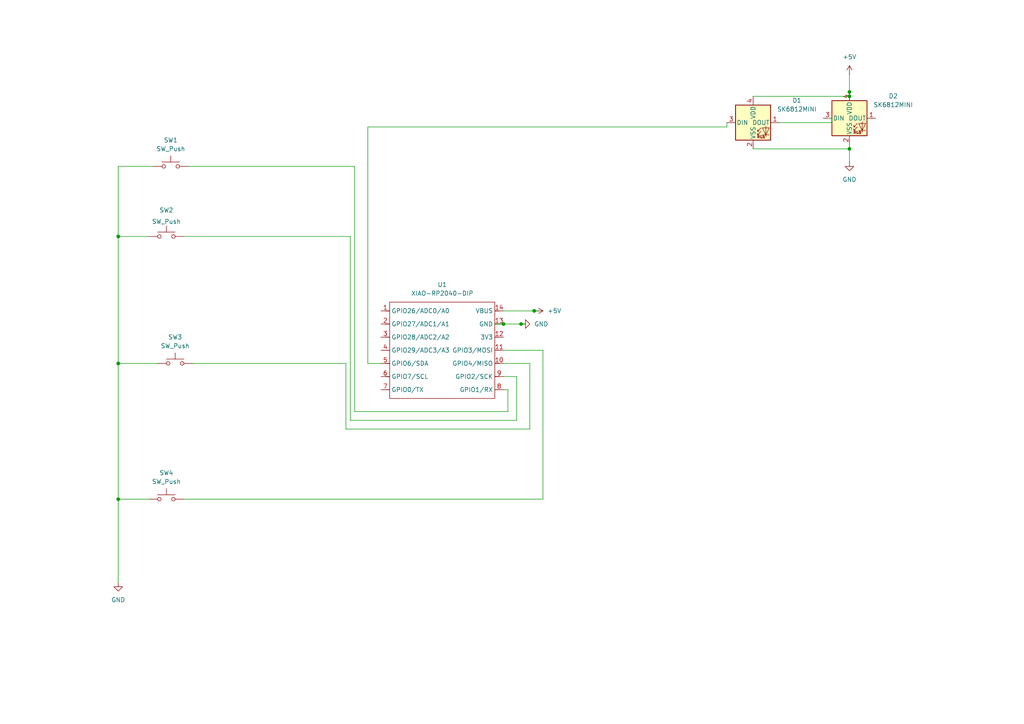
<source format=kicad_sch>
(kicad_sch
	(version 20250114)
	(generator "eeschema")
	(generator_version "9.0")
	(uuid "000474bb-eba1-4396-9da1-9b2292310309")
	(paper "A4")
	(lib_symbols
		(symbol "LED:SK6812MINI"
			(pin_names
				(offset 0.254)
			)
			(exclude_from_sim no)
			(in_bom yes)
			(on_board yes)
			(property "Reference" "D"
				(at 5.08 5.715 0)
				(effects
					(font
						(size 1.27 1.27)
					)
					(justify right bottom)
				)
			)
			(property "Value" "SK6812MINI"
				(at 1.27 -5.715 0)
				(effects
					(font
						(size 1.27 1.27)
					)
					(justify left top)
				)
			)
			(property "Footprint" "LED_SMD:LED_SK6812MINI_PLCC4_3.5x3.5mm_P1.75mm"
				(at 1.27 -7.62 0)
				(effects
					(font
						(size 1.27 1.27)
					)
					(justify left top)
					(hide yes)
				)
			)
			(property "Datasheet" "https://cdn-shop.adafruit.com/product-files/2686/SK6812MINI_REV.01-1-2.pdf"
				(at 2.54 -9.525 0)
				(effects
					(font
						(size 1.27 1.27)
					)
					(justify left top)
					(hide yes)
				)
			)
			(property "Description" "RGB LED with integrated controller"
				(at 0 0 0)
				(effects
					(font
						(size 1.27 1.27)
					)
					(hide yes)
				)
			)
			(property "ki_keywords" "RGB LED NeoPixel Mini addressable"
				(at 0 0 0)
				(effects
					(font
						(size 1.27 1.27)
					)
					(hide yes)
				)
			)
			(property "ki_fp_filters" "LED*SK6812MINI*PLCC*3.5x3.5mm*P1.75mm*"
				(at 0 0 0)
				(effects
					(font
						(size 1.27 1.27)
					)
					(hide yes)
				)
			)
			(symbol "SK6812MINI_0_0"
				(text "RGB"
					(at 2.286 -4.191 0)
					(effects
						(font
							(size 0.762 0.762)
						)
					)
				)
			)
			(symbol "SK6812MINI_0_1"
				(polyline
					(pts
						(xy 1.27 -2.54) (xy 1.778 -2.54)
					)
					(stroke
						(width 0)
						(type default)
					)
					(fill
						(type none)
					)
				)
				(polyline
					(pts
						(xy 1.27 -3.556) (xy 1.778 -3.556)
					)
					(stroke
						(width 0)
						(type default)
					)
					(fill
						(type none)
					)
				)
				(polyline
					(pts
						(xy 2.286 -1.524) (xy 1.27 -2.54) (xy 1.27 -2.032)
					)
					(stroke
						(width 0)
						(type default)
					)
					(fill
						(type none)
					)
				)
				(polyline
					(pts
						(xy 2.286 -2.54) (xy 1.27 -3.556) (xy 1.27 -3.048)
					)
					(stroke
						(width 0)
						(type default)
					)
					(fill
						(type none)
					)
				)
				(polyline
					(pts
						(xy 3.683 -1.016) (xy 3.683 -3.556) (xy 3.683 -4.064)
					)
					(stroke
						(width 0)
						(type default)
					)
					(fill
						(type none)
					)
				)
				(polyline
					(pts
						(xy 4.699 -1.524) (xy 2.667 -1.524) (xy 3.683 -3.556) (xy 4.699 -1.524)
					)
					(stroke
						(width 0)
						(type default)
					)
					(fill
						(type none)
					)
				)
				(polyline
					(pts
						(xy 4.699 -3.556) (xy 2.667 -3.556)
					)
					(stroke
						(width 0)
						(type default)
					)
					(fill
						(type none)
					)
				)
				(rectangle
					(start 5.08 5.08)
					(end -5.08 -5.08)
					(stroke
						(width 0.254)
						(type default)
					)
					(fill
						(type background)
					)
				)
			)
			(symbol "SK6812MINI_1_1"
				(pin input line
					(at -7.62 0 0)
					(length 2.54)
					(name "DIN"
						(effects
							(font
								(size 1.27 1.27)
							)
						)
					)
					(number "3"
						(effects
							(font
								(size 1.27 1.27)
							)
						)
					)
				)
				(pin power_in line
					(at 0 7.62 270)
					(length 2.54)
					(name "VDD"
						(effects
							(font
								(size 1.27 1.27)
							)
						)
					)
					(number "4"
						(effects
							(font
								(size 1.27 1.27)
							)
						)
					)
				)
				(pin power_in line
					(at 0 -7.62 90)
					(length 2.54)
					(name "VSS"
						(effects
							(font
								(size 1.27 1.27)
							)
						)
					)
					(number "2"
						(effects
							(font
								(size 1.27 1.27)
							)
						)
					)
				)
				(pin output line
					(at 7.62 0 180)
					(length 2.54)
					(name "DOUT"
						(effects
							(font
								(size 1.27 1.27)
							)
						)
					)
					(number "1"
						(effects
							(font
								(size 1.27 1.27)
							)
						)
					)
				)
			)
			(embedded_fonts no)
		)
		(symbol "OPL:XIAO-RP2040-DIP"
			(exclude_from_sim no)
			(in_bom yes)
			(on_board yes)
			(property "Reference" "U"
				(at 0 0 0)
				(effects
					(font
						(size 1.27 1.27)
					)
				)
			)
			(property "Value" "XIAO-RP2040-DIP"
				(at 5.334 -1.778 0)
				(effects
					(font
						(size 1.27 1.27)
					)
				)
			)
			(property "Footprint" "Module:MOUDLE14P-XIAO-DIP-SMD"
				(at 14.478 -32.258 0)
				(effects
					(font
						(size 1.27 1.27)
					)
					(hide yes)
				)
			)
			(property "Datasheet" ""
				(at 0 0 0)
				(effects
					(font
						(size 1.27 1.27)
					)
					(hide yes)
				)
			)
			(property "Description" ""
				(at 0 0 0)
				(effects
					(font
						(size 1.27 1.27)
					)
					(hide yes)
				)
			)
			(symbol "XIAO-RP2040-DIP_1_0"
				(polyline
					(pts
						(xy -1.27 -2.54) (xy 29.21 -2.54)
					)
					(stroke
						(width 0.1524)
						(type solid)
					)
					(fill
						(type none)
					)
				)
				(polyline
					(pts
						(xy -1.27 -5.08) (xy -2.54 -5.08)
					)
					(stroke
						(width 0.1524)
						(type solid)
					)
					(fill
						(type none)
					)
				)
				(polyline
					(pts
						(xy -1.27 -5.08) (xy -1.27 -2.54)
					)
					(stroke
						(width 0.1524)
						(type solid)
					)
					(fill
						(type none)
					)
				)
				(polyline
					(pts
						(xy -1.27 -8.89) (xy -2.54 -8.89)
					)
					(stroke
						(width 0.1524)
						(type solid)
					)
					(fill
						(type none)
					)
				)
				(polyline
					(pts
						(xy -1.27 -8.89) (xy -1.27 -5.08)
					)
					(stroke
						(width 0.1524)
						(type solid)
					)
					(fill
						(type none)
					)
				)
				(polyline
					(pts
						(xy -1.27 -12.7) (xy -2.54 -12.7)
					)
					(stroke
						(width 0.1524)
						(type solid)
					)
					(fill
						(type none)
					)
				)
				(polyline
					(pts
						(xy -1.27 -12.7) (xy -1.27 -8.89)
					)
					(stroke
						(width 0.1524)
						(type solid)
					)
					(fill
						(type none)
					)
				)
				(polyline
					(pts
						(xy -1.27 -16.51) (xy -2.54 -16.51)
					)
					(stroke
						(width 0.1524)
						(type solid)
					)
					(fill
						(type none)
					)
				)
				(polyline
					(pts
						(xy -1.27 -16.51) (xy -1.27 -12.7)
					)
					(stroke
						(width 0.1524)
						(type solid)
					)
					(fill
						(type none)
					)
				)
				(polyline
					(pts
						(xy -1.27 -20.32) (xy -2.54 -20.32)
					)
					(stroke
						(width 0.1524)
						(type solid)
					)
					(fill
						(type none)
					)
				)
				(polyline
					(pts
						(xy -1.27 -24.13) (xy -2.54 -24.13)
					)
					(stroke
						(width 0.1524)
						(type solid)
					)
					(fill
						(type none)
					)
				)
				(polyline
					(pts
						(xy -1.27 -27.94) (xy -2.54 -27.94)
					)
					(stroke
						(width 0.1524)
						(type solid)
					)
					(fill
						(type none)
					)
				)
				(polyline
					(pts
						(xy -1.27 -30.48) (xy -1.27 -16.51)
					)
					(stroke
						(width 0.1524)
						(type solid)
					)
					(fill
						(type none)
					)
				)
				(polyline
					(pts
						(xy 29.21 -2.54) (xy 29.21 -5.08)
					)
					(stroke
						(width 0.1524)
						(type solid)
					)
					(fill
						(type none)
					)
				)
				(polyline
					(pts
						(xy 29.21 -5.08) (xy 29.21 -8.89)
					)
					(stroke
						(width 0.1524)
						(type solid)
					)
					(fill
						(type none)
					)
				)
				(polyline
					(pts
						(xy 29.21 -8.89) (xy 29.21 -12.7)
					)
					(stroke
						(width 0.1524)
						(type solid)
					)
					(fill
						(type none)
					)
				)
				(polyline
					(pts
						(xy 29.21 -12.7) (xy 29.21 -30.48)
					)
					(stroke
						(width 0.1524)
						(type solid)
					)
					(fill
						(type none)
					)
				)
				(polyline
					(pts
						(xy 29.21 -30.48) (xy -1.27 -30.48)
					)
					(stroke
						(width 0.1524)
						(type solid)
					)
					(fill
						(type none)
					)
				)
				(polyline
					(pts
						(xy 30.48 -5.08) (xy 29.21 -5.08)
					)
					(stroke
						(width 0.1524)
						(type solid)
					)
					(fill
						(type none)
					)
				)
				(polyline
					(pts
						(xy 30.48 -8.89) (xy 29.21 -8.89)
					)
					(stroke
						(width 0.1524)
						(type solid)
					)
					(fill
						(type none)
					)
				)
				(polyline
					(pts
						(xy 30.48 -12.7) (xy 29.21 -12.7)
					)
					(stroke
						(width 0.1524)
						(type solid)
					)
					(fill
						(type none)
					)
				)
				(polyline
					(pts
						(xy 30.48 -16.51) (xy 29.21 -16.51)
					)
					(stroke
						(width 0.1524)
						(type solid)
					)
					(fill
						(type none)
					)
				)
				(polyline
					(pts
						(xy 30.48 -20.32) (xy 29.21 -20.32)
					)
					(stroke
						(width 0.1524)
						(type solid)
					)
					(fill
						(type none)
					)
				)
				(polyline
					(pts
						(xy 30.48 -24.13) (xy 29.21 -24.13)
					)
					(stroke
						(width 0.1524)
						(type solid)
					)
					(fill
						(type none)
					)
				)
				(polyline
					(pts
						(xy 30.48 -27.94) (xy 29.21 -27.94)
					)
					(stroke
						(width 0.1524)
						(type solid)
					)
					(fill
						(type none)
					)
				)
				(pin passive line
					(at -3.81 -5.08 0)
					(length 2.54)
					(name "GPIO26/ADC0/A0"
						(effects
							(font
								(size 1.27 1.27)
							)
						)
					)
					(number "1"
						(effects
							(font
								(size 1.27 1.27)
							)
						)
					)
				)
				(pin passive line
					(at -3.81 -8.89 0)
					(length 2.54)
					(name "GPIO27/ADC1/A1"
						(effects
							(font
								(size 1.27 1.27)
							)
						)
					)
					(number "2"
						(effects
							(font
								(size 1.27 1.27)
							)
						)
					)
				)
				(pin passive line
					(at -3.81 -12.7 0)
					(length 2.54)
					(name "GPIO28/ADC2/A2"
						(effects
							(font
								(size 1.27 1.27)
							)
						)
					)
					(number "3"
						(effects
							(font
								(size 1.27 1.27)
							)
						)
					)
				)
				(pin passive line
					(at -3.81 -16.51 0)
					(length 2.54)
					(name "GPIO29/ADC3/A3"
						(effects
							(font
								(size 1.27 1.27)
							)
						)
					)
					(number "4"
						(effects
							(font
								(size 1.27 1.27)
							)
						)
					)
				)
				(pin passive line
					(at -3.81 -20.32 0)
					(length 2.54)
					(name "GPIO6/SDA"
						(effects
							(font
								(size 1.27 1.27)
							)
						)
					)
					(number "5"
						(effects
							(font
								(size 1.27 1.27)
							)
						)
					)
				)
				(pin passive line
					(at -3.81 -24.13 0)
					(length 2.54)
					(name "GPIO7/SCL"
						(effects
							(font
								(size 1.27 1.27)
							)
						)
					)
					(number "6"
						(effects
							(font
								(size 1.27 1.27)
							)
						)
					)
				)
				(pin passive line
					(at -3.81 -27.94 0)
					(length 2.54)
					(name "GPIO0/TX"
						(effects
							(font
								(size 1.27 1.27)
							)
						)
					)
					(number "7"
						(effects
							(font
								(size 1.27 1.27)
							)
						)
					)
				)
				(pin passive line
					(at 31.75 -5.08 180)
					(length 2.54)
					(name "VBUS"
						(effects
							(font
								(size 1.27 1.27)
							)
						)
					)
					(number "14"
						(effects
							(font
								(size 1.27 1.27)
							)
						)
					)
				)
				(pin passive line
					(at 31.75 -8.89 180)
					(length 2.54)
					(name "GND"
						(effects
							(font
								(size 1.27 1.27)
							)
						)
					)
					(number "13"
						(effects
							(font
								(size 1.27 1.27)
							)
						)
					)
				)
				(pin passive line
					(at 31.75 -12.7 180)
					(length 2.54)
					(name "3V3"
						(effects
							(font
								(size 1.27 1.27)
							)
						)
					)
					(number "12"
						(effects
							(font
								(size 1.27 1.27)
							)
						)
					)
				)
				(pin passive line
					(at 31.75 -16.51 180)
					(length 2.54)
					(name "GPIO3/MOSI"
						(effects
							(font
								(size 1.27 1.27)
							)
						)
					)
					(number "11"
						(effects
							(font
								(size 1.27 1.27)
							)
						)
					)
				)
				(pin passive line
					(at 31.75 -20.32 180)
					(length 2.54)
					(name "GPIO4/MISO"
						(effects
							(font
								(size 1.27 1.27)
							)
						)
					)
					(number "10"
						(effects
							(font
								(size 1.27 1.27)
							)
						)
					)
				)
				(pin passive line
					(at 31.75 -24.13 180)
					(length 2.54)
					(name "GPIO2/SCK"
						(effects
							(font
								(size 1.27 1.27)
							)
						)
					)
					(number "9"
						(effects
							(font
								(size 1.27 1.27)
							)
						)
					)
				)
				(pin passive line
					(at 31.75 -27.94 180)
					(length 2.54)
					(name "GPIO1/RX"
						(effects
							(font
								(size 1.27 1.27)
							)
						)
					)
					(number "8"
						(effects
							(font
								(size 1.27 1.27)
							)
						)
					)
				)
			)
			(embedded_fonts no)
		)
		(symbol "Switch:SW_Push"
			(pin_numbers
				(hide yes)
			)
			(pin_names
				(offset 1.016)
				(hide yes)
			)
			(exclude_from_sim no)
			(in_bom yes)
			(on_board yes)
			(property "Reference" "SW"
				(at 1.27 2.54 0)
				(effects
					(font
						(size 1.27 1.27)
					)
					(justify left)
				)
			)
			(property "Value" "SW_Push"
				(at 0 -1.524 0)
				(effects
					(font
						(size 1.27 1.27)
					)
				)
			)
			(property "Footprint" ""
				(at 0 5.08 0)
				(effects
					(font
						(size 1.27 1.27)
					)
					(hide yes)
				)
			)
			(property "Datasheet" "~"
				(at 0 5.08 0)
				(effects
					(font
						(size 1.27 1.27)
					)
					(hide yes)
				)
			)
			(property "Description" "Push button switch, generic, two pins"
				(at 0 0 0)
				(effects
					(font
						(size 1.27 1.27)
					)
					(hide yes)
				)
			)
			(property "ki_keywords" "switch normally-open pushbutton push-button"
				(at 0 0 0)
				(effects
					(font
						(size 1.27 1.27)
					)
					(hide yes)
				)
			)
			(symbol "SW_Push_0_1"
				(circle
					(center -2.032 0)
					(radius 0.508)
					(stroke
						(width 0)
						(type default)
					)
					(fill
						(type none)
					)
				)
				(polyline
					(pts
						(xy 0 1.27) (xy 0 3.048)
					)
					(stroke
						(width 0)
						(type default)
					)
					(fill
						(type none)
					)
				)
				(circle
					(center 2.032 0)
					(radius 0.508)
					(stroke
						(width 0)
						(type default)
					)
					(fill
						(type none)
					)
				)
				(polyline
					(pts
						(xy 2.54 1.27) (xy -2.54 1.27)
					)
					(stroke
						(width 0)
						(type default)
					)
					(fill
						(type none)
					)
				)
				(pin passive line
					(at -5.08 0 0)
					(length 2.54)
					(name "1"
						(effects
							(font
								(size 1.27 1.27)
							)
						)
					)
					(number "1"
						(effects
							(font
								(size 1.27 1.27)
							)
						)
					)
				)
				(pin passive line
					(at 5.08 0 180)
					(length 2.54)
					(name "2"
						(effects
							(font
								(size 1.27 1.27)
							)
						)
					)
					(number "2"
						(effects
							(font
								(size 1.27 1.27)
							)
						)
					)
				)
			)
			(embedded_fonts no)
		)
		(symbol "power:+5V"
			(power)
			(pin_numbers
				(hide yes)
			)
			(pin_names
				(offset 0)
				(hide yes)
			)
			(exclude_from_sim no)
			(in_bom yes)
			(on_board yes)
			(property "Reference" "#PWR"
				(at 0 -3.81 0)
				(effects
					(font
						(size 1.27 1.27)
					)
					(hide yes)
				)
			)
			(property "Value" "+5V"
				(at 0 3.556 0)
				(effects
					(font
						(size 1.27 1.27)
					)
				)
			)
			(property "Footprint" ""
				(at 0 0 0)
				(effects
					(font
						(size 1.27 1.27)
					)
					(hide yes)
				)
			)
			(property "Datasheet" ""
				(at 0 0 0)
				(effects
					(font
						(size 1.27 1.27)
					)
					(hide yes)
				)
			)
			(property "Description" "Power symbol creates a global label with name \"+5V\""
				(at 0 0 0)
				(effects
					(font
						(size 1.27 1.27)
					)
					(hide yes)
				)
			)
			(property "ki_keywords" "global power"
				(at 0 0 0)
				(effects
					(font
						(size 1.27 1.27)
					)
					(hide yes)
				)
			)
			(symbol "+5V_0_1"
				(polyline
					(pts
						(xy -0.762 1.27) (xy 0 2.54)
					)
					(stroke
						(width 0)
						(type default)
					)
					(fill
						(type none)
					)
				)
				(polyline
					(pts
						(xy 0 2.54) (xy 0.762 1.27)
					)
					(stroke
						(width 0)
						(type default)
					)
					(fill
						(type none)
					)
				)
				(polyline
					(pts
						(xy 0 0) (xy 0 2.54)
					)
					(stroke
						(width 0)
						(type default)
					)
					(fill
						(type none)
					)
				)
			)
			(symbol "+5V_1_1"
				(pin power_in line
					(at 0 0 90)
					(length 0)
					(name "~"
						(effects
							(font
								(size 1.27 1.27)
							)
						)
					)
					(number "1"
						(effects
							(font
								(size 1.27 1.27)
							)
						)
					)
				)
			)
			(embedded_fonts no)
		)
		(symbol "power:GND"
			(power)
			(pin_numbers
				(hide yes)
			)
			(pin_names
				(offset 0)
				(hide yes)
			)
			(exclude_from_sim no)
			(in_bom yes)
			(on_board yes)
			(property "Reference" "#PWR"
				(at 0 -6.35 0)
				(effects
					(font
						(size 1.27 1.27)
					)
					(hide yes)
				)
			)
			(property "Value" "GND"
				(at 0 -3.81 0)
				(effects
					(font
						(size 1.27 1.27)
					)
				)
			)
			(property "Footprint" ""
				(at 0 0 0)
				(effects
					(font
						(size 1.27 1.27)
					)
					(hide yes)
				)
			)
			(property "Datasheet" ""
				(at 0 0 0)
				(effects
					(font
						(size 1.27 1.27)
					)
					(hide yes)
				)
			)
			(property "Description" "Power symbol creates a global label with name \"GND\" , ground"
				(at 0 0 0)
				(effects
					(font
						(size 1.27 1.27)
					)
					(hide yes)
				)
			)
			(property "ki_keywords" "global power"
				(at 0 0 0)
				(effects
					(font
						(size 1.27 1.27)
					)
					(hide yes)
				)
			)
			(symbol "GND_0_1"
				(polyline
					(pts
						(xy 0 0) (xy 0 -1.27) (xy 1.27 -1.27) (xy 0 -2.54) (xy -1.27 -1.27) (xy 0 -1.27)
					)
					(stroke
						(width 0)
						(type default)
					)
					(fill
						(type none)
					)
				)
			)
			(symbol "GND_1_1"
				(pin power_in line
					(at 0 0 270)
					(length 0)
					(name "~"
						(effects
							(font
								(size 1.27 1.27)
							)
						)
					)
					(number "1"
						(effects
							(font
								(size 1.27 1.27)
							)
						)
					)
				)
			)
			(embedded_fonts no)
		)
	)
	(junction
		(at 246.38 26.67)
		(diameter 0)
		(color 0 0 0 0)
		(uuid "10a5095c-dac6-430b-b9f2-edb9e1a1318e")
	)
	(junction
		(at 246.38 27.94)
		(diameter 0)
		(color 0 0 0 0)
		(uuid "1a292aa8-3b88-4196-b863-3d9f7340c4b0")
	)
	(junction
		(at 154.94 90.17)
		(diameter 0)
		(color 0 0 0 0)
		(uuid "42b1cff9-34f0-4836-8056-031b54e4ffab")
	)
	(junction
		(at 34.29 105.41)
		(diameter 0)
		(color 0 0 0 0)
		(uuid "53f1c6b7-24d2-46ba-8a51-e4ac91d28dcb")
	)
	(junction
		(at 146.05 93.98)
		(diameter 0)
		(color 0 0 0 0)
		(uuid "6608ba25-9235-454c-b827-f6adcf222b6f")
	)
	(junction
		(at 151.13 93.98)
		(diameter 0)
		(color 0 0 0 0)
		(uuid "9cfa36d2-fcfd-45fb-8b57-b77318f1e009")
	)
	(junction
		(at 34.29 144.78)
		(diameter 0)
		(color 0 0 0 0)
		(uuid "b6f60975-2fd8-4884-9d0e-be879a5c96d2")
	)
	(junction
		(at 34.29 68.58)
		(diameter 0)
		(color 0 0 0 0)
		(uuid "c518b454-8880-4218-bd89-9cd8d88f8745")
	)
	(junction
		(at 246.38 43.18)
		(diameter 0)
		(color 0 0 0 0)
		(uuid "e3f92d02-014f-4edc-a602-c7d1f39b9e55")
	)
	(wire
		(pts
			(xy 240.03 34.29) (xy 241.3 34.29)
		)
		(stroke
			(width 0)
			(type default)
		)
		(uuid "11a15239-8002-4511-ba63-182d3a241f4a")
	)
	(wire
		(pts
			(xy 146.05 105.41) (xy 153.67 105.41)
		)
		(stroke
			(width 0)
			(type default)
		)
		(uuid "1c2f6a61-de9d-402c-81ee-65579d934c42")
	)
	(wire
		(pts
			(xy 218.44 43.18) (xy 246.38 43.18)
		)
		(stroke
			(width 0)
			(type default)
		)
		(uuid "25ee86da-3115-41cf-8432-7a048eba0d03")
	)
	(wire
		(pts
			(xy 55.88 105.41) (xy 100.33 105.41)
		)
		(stroke
			(width 0)
			(type default)
		)
		(uuid "291c9b49-2bc0-430f-86c6-7680ddf5c3e5")
	)
	(wire
		(pts
			(xy 101.6 121.92) (xy 149.86 121.92)
		)
		(stroke
			(width 0)
			(type default)
		)
		(uuid "2e9f9bc0-8050-41b0-a5c7-2024df01c2e0")
	)
	(wire
		(pts
			(xy 34.29 144.78) (xy 34.29 105.41)
		)
		(stroke
			(width 0)
			(type default)
		)
		(uuid "34cb4fda-4c8a-455c-a30a-92457434e3b6")
	)
	(wire
		(pts
			(xy 54.61 48.26) (xy 102.87 48.26)
		)
		(stroke
			(width 0)
			(type default)
		)
		(uuid "3cccfb63-d788-4a6f-a846-d3e511ca16c5")
	)
	(wire
		(pts
			(xy 101.6 68.58) (xy 101.6 121.92)
		)
		(stroke
			(width 0)
			(type default)
		)
		(uuid "3d82d16c-26b6-413d-a2e9-24f387a9372c")
	)
	(wire
		(pts
			(xy 246.38 43.18) (xy 246.38 46.99)
		)
		(stroke
			(width 0)
			(type default)
		)
		(uuid "45816484-a75d-44c8-b652-a64fd5d2ef87")
	)
	(wire
		(pts
			(xy 34.29 48.26) (xy 44.45 48.26)
		)
		(stroke
			(width 0)
			(type default)
		)
		(uuid "45b1d1a6-f260-492b-8f21-036cbdc49956")
	)
	(wire
		(pts
			(xy 147.32 113.03) (xy 146.05 113.03)
		)
		(stroke
			(width 0)
			(type default)
		)
		(uuid "4b146a79-0180-4bdf-9e49-a79cb7cde1c3")
	)
	(wire
		(pts
			(xy 102.87 119.38) (xy 147.32 119.38)
		)
		(stroke
			(width 0)
			(type default)
		)
		(uuid "4f5573cf-c902-4211-85e3-9d8341367907")
	)
	(wire
		(pts
			(xy 246.38 27.94) (xy 218.44 27.94)
		)
		(stroke
			(width 0)
			(type default)
		)
		(uuid "51fa900a-331e-4528-895d-a03b0b6af0d6")
	)
	(wire
		(pts
			(xy 143.51 93.98) (xy 146.05 93.98)
		)
		(stroke
			(width 0)
			(type default)
		)
		(uuid "5922c0aa-1488-4e4b-891a-ee49cea89eaa")
	)
	(wire
		(pts
			(xy 151.13 93.98) (xy 152.4 93.98)
		)
		(stroke
			(width 0)
			(type default)
		)
		(uuid "59c02185-8bee-41ec-b9b1-f799ea4d0074")
	)
	(wire
		(pts
			(xy 34.29 68.58) (xy 34.29 48.26)
		)
		(stroke
			(width 0)
			(type default)
		)
		(uuid "6dbe745d-6966-4c07-9ab3-00d6882cadf4")
	)
	(wire
		(pts
			(xy 149.86 109.22) (xy 146.05 109.22)
		)
		(stroke
			(width 0)
			(type default)
		)
		(uuid "6eed915c-b7c6-43d8-86dd-0d37c613ce48")
	)
	(wire
		(pts
			(xy 246.38 41.91) (xy 246.38 43.18)
		)
		(stroke
			(width 0)
			(type default)
		)
		(uuid "77b7c2ed-8b76-4396-8403-fee932135eb6")
	)
	(wire
		(pts
			(xy 149.86 121.92) (xy 149.86 109.22)
		)
		(stroke
			(width 0)
			(type default)
		)
		(uuid "8983bed0-c8e3-458a-bdd9-560d733e2f16")
	)
	(wire
		(pts
			(xy 100.33 124.46) (xy 153.67 124.46)
		)
		(stroke
			(width 0)
			(type default)
		)
		(uuid "8de4a81c-624f-41fc-9636-a31022f906e2")
	)
	(wire
		(pts
			(xy 246.38 26.67) (xy 246.38 27.94)
		)
		(stroke
			(width 0)
			(type default)
		)
		(uuid "8f2f349c-19ee-47b6-b697-c7f3cadc18cd")
	)
	(wire
		(pts
			(xy 246.38 27.94) (xy 246.38 29.21)
		)
		(stroke
			(width 0)
			(type default)
		)
		(uuid "9238e2b5-e398-4712-bd92-8c2b9ea24dad")
	)
	(wire
		(pts
			(xy 146.05 93.98) (xy 151.13 93.98)
		)
		(stroke
			(width 0)
			(type default)
		)
		(uuid "94b580e0-3360-46f5-a0b7-f9e05cc889f5")
	)
	(wire
		(pts
			(xy 53.34 68.58) (xy 101.6 68.58)
		)
		(stroke
			(width 0)
			(type default)
		)
		(uuid "9a4a9944-2f14-4769-a831-4ab024c11173")
	)
	(wire
		(pts
			(xy 34.29 105.41) (xy 34.29 68.58)
		)
		(stroke
			(width 0)
			(type default)
		)
		(uuid "9bb28062-4139-493c-9fd7-fa720609d28a")
	)
	(wire
		(pts
			(xy 34.29 68.58) (xy 43.18 68.58)
		)
		(stroke
			(width 0)
			(type default)
		)
		(uuid "9c402986-2e44-4462-b743-ebf304fb5ca6")
	)
	(wire
		(pts
			(xy 34.29 105.41) (xy 45.72 105.41)
		)
		(stroke
			(width 0)
			(type default)
		)
		(uuid "a26626e6-1e8f-4989-ae3b-b179ab443c26")
	)
	(wire
		(pts
			(xy 226.06 35.56) (xy 241.3 35.56)
		)
		(stroke
			(width 0)
			(type default)
		)
		(uuid "a660b46a-4c6e-44b2-a063-ac3b85898cd7")
	)
	(wire
		(pts
			(xy 34.29 144.78) (xy 43.18 144.78)
		)
		(stroke
			(width 0)
			(type default)
		)
		(uuid "ae70f33a-ba46-43be-bf63-4881d96aa640")
	)
	(wire
		(pts
			(xy 147.32 119.38) (xy 147.32 113.03)
		)
		(stroke
			(width 0)
			(type default)
		)
		(uuid "b8c1f1b9-0a18-49f0-ac9c-48ce3860ac6a")
	)
	(wire
		(pts
			(xy 106.68 36.83) (xy 210.82 36.83)
		)
		(stroke
			(width 0)
			(type default)
		)
		(uuid "ba208ce0-8a18-4e04-8f8a-70a158d9761d")
	)
	(wire
		(pts
			(xy 154.94 90.17) (xy 156.21 90.17)
		)
		(stroke
			(width 0)
			(type default)
		)
		(uuid "bba25872-58ed-45e5-a837-11b32c9c04e0")
	)
	(wire
		(pts
			(xy 110.49 105.41) (xy 106.68 105.41)
		)
		(stroke
			(width 0)
			(type default)
		)
		(uuid "c3a86331-8770-45a0-8fa7-fa3651db6228")
	)
	(wire
		(pts
			(xy 102.87 48.26) (xy 102.87 119.38)
		)
		(stroke
			(width 0)
			(type default)
		)
		(uuid "c8dfeb2a-e9dd-4b36-ab67-563ffe0490f3")
	)
	(wire
		(pts
			(xy 246.38 21.59) (xy 246.38 26.67)
		)
		(stroke
			(width 0)
			(type default)
		)
		(uuid "ca97be61-cec2-4105-8a1b-ebe9931c705f")
	)
	(wire
		(pts
			(xy 100.33 105.41) (xy 100.33 124.46)
		)
		(stroke
			(width 0)
			(type default)
		)
		(uuid "cc16ccd7-5952-4021-9e59-2006089cff1b")
	)
	(wire
		(pts
			(xy 157.48 144.78) (xy 157.48 101.6)
		)
		(stroke
			(width 0)
			(type default)
		)
		(uuid "ce06f9c7-6f90-41a3-b2fa-2d8fc9785d20")
	)
	(wire
		(pts
			(xy 241.3 35.56) (xy 241.3 34.29)
		)
		(stroke
			(width 0)
			(type default)
		)
		(uuid "dabc17e6-454d-4a33-b209-32ce5f8d65e3")
	)
	(wire
		(pts
			(xy 157.48 101.6) (xy 146.05 101.6)
		)
		(stroke
			(width 0)
			(type default)
		)
		(uuid "db063c93-db77-40c7-9312-5626cdd83995")
	)
	(wire
		(pts
			(xy 210.82 36.83) (xy 210.82 35.56)
		)
		(stroke
			(width 0)
			(type default)
		)
		(uuid "e70480cf-1fbc-4a43-9181-00277bac502c")
	)
	(wire
		(pts
			(xy 146.05 90.17) (xy 154.94 90.17)
		)
		(stroke
			(width 0)
			(type default)
		)
		(uuid "ea43286c-82e3-44c2-993e-f728fa192b83")
	)
	(wire
		(pts
			(xy 53.34 144.78) (xy 157.48 144.78)
		)
		(stroke
			(width 0)
			(type default)
		)
		(uuid "f172c956-81c8-4642-b181-935e72b6ba8b")
	)
	(wire
		(pts
			(xy 34.29 168.91) (xy 34.29 144.78)
		)
		(stroke
			(width 0)
			(type default)
		)
		(uuid "f6626f88-2c02-41e2-9598-beb7d2678ae0")
	)
	(wire
		(pts
			(xy 153.67 124.46) (xy 153.67 105.41)
		)
		(stroke
			(width 0)
			(type default)
		)
		(uuid "f9767a0a-82fb-4fbd-9fa4-f34dee6ff9fb")
	)
	(wire
		(pts
			(xy 106.68 105.41) (xy 106.68 36.83)
		)
		(stroke
			(width 0)
			(type default)
		)
		(uuid "fc41eb35-3d95-4998-a70b-1820c1b4ffbe")
	)
	(symbol
		(lib_id "power:+5V")
		(at 154.94 90.17 270)
		(unit 1)
		(exclude_from_sim no)
		(in_bom yes)
		(on_board yes)
		(dnp no)
		(fields_autoplaced yes)
		(uuid "0b41cd83-b522-419f-98ee-066a749db57c")
		(property "Reference" "#PWR05"
			(at 151.13 90.17 0)
			(effects
				(font
					(size 1.27 1.27)
				)
				(hide yes)
			)
		)
		(property "Value" "+5V"
			(at 158.75 90.1699 90)
			(effects
				(font
					(size 1.27 1.27)
				)
				(justify left)
			)
		)
		(property "Footprint" ""
			(at 154.94 90.17 0)
			(effects
				(font
					(size 1.27 1.27)
				)
				(hide yes)
			)
		)
		(property "Datasheet" ""
			(at 154.94 90.17 0)
			(effects
				(font
					(size 1.27 1.27)
				)
				(hide yes)
			)
		)
		(property "Description" "Power symbol creates a global label with name \"+5V\""
			(at 154.94 90.17 0)
			(effects
				(font
					(size 1.27 1.27)
				)
				(hide yes)
			)
		)
		(pin "1"
			(uuid "cb4b4267-b6f9-4af2-9db4-6b9a312819d2")
		)
		(instances
			(project ""
				(path "/000474bb-eba1-4396-9da1-9b2292310309"
					(reference "#PWR05")
					(unit 1)
				)
			)
		)
	)
	(symbol
		(lib_id "power:GND")
		(at 151.13 93.98 90)
		(unit 1)
		(exclude_from_sim no)
		(in_bom yes)
		(on_board yes)
		(dnp no)
		(fields_autoplaced yes)
		(uuid "13adb489-4c3a-4b4f-9500-1f2b879d47f2")
		(property "Reference" "#PWR04"
			(at 157.48 93.98 0)
			(effects
				(font
					(size 1.27 1.27)
				)
				(hide yes)
			)
		)
		(property "Value" "GND"
			(at 154.94 93.9799 90)
			(effects
				(font
					(size 1.27 1.27)
				)
				(justify right)
			)
		)
		(property "Footprint" ""
			(at 151.13 93.98 0)
			(effects
				(font
					(size 1.27 1.27)
				)
				(hide yes)
			)
		)
		(property "Datasheet" ""
			(at 151.13 93.98 0)
			(effects
				(font
					(size 1.27 1.27)
				)
				(hide yes)
			)
		)
		(property "Description" "Power symbol creates a global label with name \"GND\" , ground"
			(at 151.13 93.98 0)
			(effects
				(font
					(size 1.27 1.27)
				)
				(hide yes)
			)
		)
		(pin "1"
			(uuid "ccccea65-19bb-4465-94fa-5a3e80849366")
		)
		(instances
			(project ""
				(path "/000474bb-eba1-4396-9da1-9b2292310309"
					(reference "#PWR04")
					(unit 1)
				)
			)
		)
	)
	(symbol
		(lib_id "Switch:SW_Push")
		(at 48.26 68.58 0)
		(unit 1)
		(exclude_from_sim no)
		(in_bom yes)
		(on_board yes)
		(dnp no)
		(uuid "2aeef3f6-365c-4b52-9939-21b8423932ff")
		(property "Reference" "SW2"
			(at 48.26 60.96 0)
			(effects
				(font
					(size 1.27 1.27)
				)
			)
		)
		(property "Value" "SW_Push"
			(at 48.26 64.262 0)
			(effects
				(font
					(size 1.27 1.27)
				)
			)
		)
		(property "Footprint" "Button_Switch_Keyboard:SW_Cherry_MX_1.00u_PCB"
			(at 48.26 63.5 0)
			(effects
				(font
					(size 1.27 1.27)
				)
				(hide yes)
			)
		)
		(property "Datasheet" "~"
			(at 48.26 63.5 0)
			(effects
				(font
					(size 1.27 1.27)
				)
				(hide yes)
			)
		)
		(property "Description" "Push button switch, generic, two pins"
			(at 48.26 68.58 0)
			(effects
				(font
					(size 1.27 1.27)
				)
				(hide yes)
			)
		)
		(pin "1"
			(uuid "427c20c4-a92e-4402-a05d-e9824b2fc7cf")
		)
		(pin "2"
			(uuid "adae84b4-57aa-4d7b-a34e-3d58dece77f9")
		)
		(instances
			(project ""
				(path "/000474bb-eba1-4396-9da1-9b2292310309"
					(reference "SW2")
					(unit 1)
				)
			)
		)
	)
	(symbol
		(lib_id "Switch:SW_Push")
		(at 48.26 144.78 0)
		(unit 1)
		(exclude_from_sim no)
		(in_bom yes)
		(on_board yes)
		(dnp no)
		(fields_autoplaced yes)
		(uuid "33c20843-87f2-42c0-af1c-dbe1b2f23c06")
		(property "Reference" "SW4"
			(at 48.26 137.16 0)
			(effects
				(font
					(size 1.27 1.27)
				)
			)
		)
		(property "Value" "SW_Push"
			(at 48.26 139.7 0)
			(effects
				(font
					(size 1.27 1.27)
				)
			)
		)
		(property "Footprint" "Button_Switch_Keyboard:SW_Cherry_MX_1.00u_PCB"
			(at 48.26 139.7 0)
			(effects
				(font
					(size 1.27 1.27)
				)
				(hide yes)
			)
		)
		(property "Datasheet" "~"
			(at 48.26 139.7 0)
			(effects
				(font
					(size 1.27 1.27)
				)
				(hide yes)
			)
		)
		(property "Description" "Push button switch, generic, two pins"
			(at 48.26 144.78 0)
			(effects
				(font
					(size 1.27 1.27)
				)
				(hide yes)
			)
		)
		(pin "1"
			(uuid "598f349e-00dc-475c-9320-e49844fcaf42")
		)
		(pin "2"
			(uuid "6b4eeb70-5dc2-4574-8bbb-5e907e1b6c0d")
		)
		(instances
			(project ""
				(path "/000474bb-eba1-4396-9da1-9b2292310309"
					(reference "SW4")
					(unit 1)
				)
			)
		)
	)
	(symbol
		(lib_id "LED:SK6812MINI")
		(at 218.44 35.56 0)
		(unit 1)
		(exclude_from_sim no)
		(in_bom yes)
		(on_board yes)
		(dnp no)
		(fields_autoplaced yes)
		(uuid "35b3647b-6afc-4e0d-ac12-c771bc3799aa")
		(property "Reference" "D1"
			(at 231.14 29.1398 0)
			(effects
				(font
					(size 1.27 1.27)
				)
			)
		)
		(property "Value" "SK6812MINI"
			(at 231.14 31.6798 0)
			(effects
				(font
					(size 1.27 1.27)
				)
			)
		)
		(property "Footprint" "LED_SMD:LED_SK6812MINI_PLCC4_3.5x3.5mm_P1.75mm"
			(at 219.71 43.18 0)
			(effects
				(font
					(size 1.27 1.27)
				)
				(justify left top)
				(hide yes)
			)
		)
		(property "Datasheet" "https://cdn-shop.adafruit.com/product-files/2686/SK6812MINI_REV.01-1-2.pdf"
			(at 220.98 45.085 0)
			(effects
				(font
					(size 1.27 1.27)
				)
				(justify left top)
				(hide yes)
			)
		)
		(property "Description" "RGB LED with integrated controller"
			(at 218.44 35.56 0)
			(effects
				(font
					(size 1.27 1.27)
				)
				(hide yes)
			)
		)
		(pin "2"
			(uuid "b92a1d93-29d9-4b85-be47-1213eeed6faf")
		)
		(pin "3"
			(uuid "69b0cccb-fe3d-4453-8253-2a1bd09554ab")
		)
		(pin "4"
			(uuid "fab25cd4-a6eb-479b-bad8-39f344896d53")
		)
		(pin "1"
			(uuid "78585ff7-0af0-47be-adab-cc9fb2fb9617")
		)
		(instances
			(project ""
				(path "/000474bb-eba1-4396-9da1-9b2292310309"
					(reference "D1")
					(unit 1)
				)
			)
		)
	)
	(symbol
		(lib_id "LED:SK6812MINI")
		(at 246.38 34.29 0)
		(unit 1)
		(exclude_from_sim no)
		(in_bom yes)
		(on_board yes)
		(dnp no)
		(fields_autoplaced yes)
		(uuid "4ffbd61f-37be-4289-8782-4610c5d587f6")
		(property "Reference" "D2"
			(at 259.08 27.8698 0)
			(effects
				(font
					(size 1.27 1.27)
				)
			)
		)
		(property "Value" "SK6812MINI"
			(at 259.08 30.4098 0)
			(effects
				(font
					(size 1.27 1.27)
				)
			)
		)
		(property "Footprint" "LED_SMD:LED_SK6812MINI_PLCC4_3.5x3.5mm_P1.75mm"
			(at 247.65 41.91 0)
			(effects
				(font
					(size 1.27 1.27)
				)
				(justify left top)
				(hide yes)
			)
		)
		(property "Datasheet" "https://cdn-shop.adafruit.com/product-files/2686/SK6812MINI_REV.01-1-2.pdf"
			(at 248.92 43.815 0)
			(effects
				(font
					(size 1.27 1.27)
				)
				(justify left top)
				(hide yes)
			)
		)
		(property "Description" "RGB LED with integrated controller"
			(at 246.38 34.29 0)
			(effects
				(font
					(size 1.27 1.27)
				)
				(hide yes)
			)
		)
		(pin "2"
			(uuid "63ad5025-7cdf-4d39-ae02-9b92201c0249")
		)
		(pin "3"
			(uuid "a89f7c50-5566-49ff-bb6c-6c06794895e5")
		)
		(pin "4"
			(uuid "ad58f8e9-44b9-4aa0-8a36-b5b3ca204b4e")
		)
		(pin "1"
			(uuid "64457bd0-a5e7-4e08-9d2e-37e048a9e761")
		)
		(instances
			(project ""
				(path "/000474bb-eba1-4396-9da1-9b2292310309"
					(reference "D2")
					(unit 1)
				)
			)
		)
	)
	(symbol
		(lib_id "OPL:XIAO-RP2040-DIP")
		(at 114.3 85.09 0)
		(unit 1)
		(exclude_from_sim no)
		(in_bom yes)
		(on_board yes)
		(dnp no)
		(fields_autoplaced yes)
		(uuid "70365ed0-1fd8-47a9-b726-26e71a1208d6")
		(property "Reference" "U1"
			(at 128.27 82.55 0)
			(effects
				(font
					(size 1.27 1.27)
				)
			)
		)
		(property "Value" "XIAO-RP2040-DIP"
			(at 128.27 85.09 0)
			(effects
				(font
					(size 1.27 1.27)
				)
			)
		)
		(property "Footprint" "OPL:XIAO-RP2040-DIP"
			(at 128.778 117.348 0)
			(effects
				(font
					(size 1.27 1.27)
				)
				(hide yes)
			)
		)
		(property "Datasheet" ""
			(at 114.3 85.09 0)
			(effects
				(font
					(size 1.27 1.27)
				)
				(hide yes)
			)
		)
		(property "Description" ""
			(at 114.3 85.09 0)
			(effects
				(font
					(size 1.27 1.27)
				)
				(hide yes)
			)
		)
		(pin "9"
			(uuid "a772614a-d61b-425b-b674-d619b8f4cd2b")
		)
		(pin "13"
			(uuid "bc8837b8-7f54-44b1-af87-0c2a4373d865")
		)
		(pin "10"
			(uuid "5b7f86dd-2c6a-4936-ab9c-b4fbc2b250e8")
		)
		(pin "5"
			(uuid "1afab8ed-a4e4-4af8-9f2b-47b2fb0ba0f8")
		)
		(pin "7"
			(uuid "aaf16f78-7888-47af-9f97-a57a6a3e89b2")
		)
		(pin "11"
			(uuid "b35cf9a7-68ae-4d4b-8b22-09cc1803aa14")
		)
		(pin "8"
			(uuid "c475bd31-86ec-49f6-9b40-ffe067466cd7")
		)
		(pin "6"
			(uuid "74d95592-a453-4974-81cf-3de7b2fdce30")
		)
		(pin "4"
			(uuid "a42203c0-1f29-41d5-92df-eeb4f3ec3e43")
		)
		(pin "2"
			(uuid "e73336ee-d7bd-4a70-8dee-38d71e8da081")
		)
		(pin "3"
			(uuid "8c0da3dc-6a7c-4de2-a815-1b3f8b0b83e7")
		)
		(pin "14"
			(uuid "c8e2a2e8-a11d-4ab5-ac94-994c6833a992")
		)
		(pin "1"
			(uuid "838183bb-8332-4297-bbb7-9a14e0f5a5eb")
		)
		(pin "12"
			(uuid "77378f6b-660c-4478-85ba-bb852f9a082e")
		)
		(instances
			(project ""
				(path "/000474bb-eba1-4396-9da1-9b2292310309"
					(reference "U1")
					(unit 1)
				)
			)
		)
	)
	(symbol
		(lib_id "Switch:SW_Push")
		(at 49.53 48.26 0)
		(unit 1)
		(exclude_from_sim no)
		(in_bom yes)
		(on_board yes)
		(dnp no)
		(fields_autoplaced yes)
		(uuid "7217924e-0629-4236-92a2-7e31370e0e4d")
		(property "Reference" "SW1"
			(at 49.53 40.64 0)
			(effects
				(font
					(size 1.27 1.27)
				)
			)
		)
		(property "Value" "SW_Push"
			(at 49.53 43.18 0)
			(effects
				(font
					(size 1.27 1.27)
				)
			)
		)
		(property "Footprint" "Button_Switch_Keyboard:SW_Cherry_MX_1.00u_PCB"
			(at 49.53 43.18 0)
			(effects
				(font
					(size 1.27 1.27)
				)
				(hide yes)
			)
		)
		(property "Datasheet" "~"
			(at 49.53 43.18 0)
			(effects
				(font
					(size 1.27 1.27)
				)
				(hide yes)
			)
		)
		(property "Description" "Push button switch, generic, two pins"
			(at 49.53 48.26 0)
			(effects
				(font
					(size 1.27 1.27)
				)
				(hide yes)
			)
		)
		(pin "2"
			(uuid "1d803e89-d772-40dc-a81f-0903b68f64a5")
		)
		(pin "1"
			(uuid "dbf34dfa-dfae-49f8-8ed3-7cfae9ef411c")
		)
		(instances
			(project ""
				(path "/000474bb-eba1-4396-9da1-9b2292310309"
					(reference "SW1")
					(unit 1)
				)
			)
		)
	)
	(symbol
		(lib_id "power:GND")
		(at 246.38 46.99 0)
		(unit 1)
		(exclude_from_sim no)
		(in_bom yes)
		(on_board yes)
		(dnp no)
		(fields_autoplaced yes)
		(uuid "a9701ed1-d149-4dcf-a62f-e76656d598a5")
		(property "Reference" "#PWR03"
			(at 246.38 53.34 0)
			(effects
				(font
					(size 1.27 1.27)
				)
				(hide yes)
			)
		)
		(property "Value" "GND"
			(at 246.38 52.07 0)
			(effects
				(font
					(size 1.27 1.27)
				)
			)
		)
		(property "Footprint" ""
			(at 246.38 46.99 0)
			(effects
				(font
					(size 1.27 1.27)
				)
				(hide yes)
			)
		)
		(property "Datasheet" ""
			(at 246.38 46.99 0)
			(effects
				(font
					(size 1.27 1.27)
				)
				(hide yes)
			)
		)
		(property "Description" "Power symbol creates a global label with name \"GND\" , ground"
			(at 246.38 46.99 0)
			(effects
				(font
					(size 1.27 1.27)
				)
				(hide yes)
			)
		)
		(pin "1"
			(uuid "0f96a60f-12d2-4c27-b001-c05ec8ec46ab")
		)
		(instances
			(project ""
				(path "/000474bb-eba1-4396-9da1-9b2292310309"
					(reference "#PWR03")
					(unit 1)
				)
			)
		)
	)
	(symbol
		(lib_id "Switch:SW_Push")
		(at 50.8 105.41 0)
		(unit 1)
		(exclude_from_sim no)
		(in_bom yes)
		(on_board yes)
		(dnp no)
		(fields_autoplaced yes)
		(uuid "c67b0387-de1c-468c-b219-319f4b792ee6")
		(property "Reference" "SW3"
			(at 50.8 97.79 0)
			(effects
				(font
					(size 1.27 1.27)
				)
			)
		)
		(property "Value" "SW_Push"
			(at 50.8 100.33 0)
			(effects
				(font
					(size 1.27 1.27)
				)
			)
		)
		(property "Footprint" "Button_Switch_Keyboard:SW_Cherry_MX_1.00u_PCB"
			(at 50.8 100.33 0)
			(effects
				(font
					(size 1.27 1.27)
				)
				(hide yes)
			)
		)
		(property "Datasheet" "~"
			(at 50.8 100.33 0)
			(effects
				(font
					(size 1.27 1.27)
				)
				(hide yes)
			)
		)
		(property "Description" "Push button switch, generic, two pins"
			(at 50.8 105.41 0)
			(effects
				(font
					(size 1.27 1.27)
				)
				(hide yes)
			)
		)
		(pin "2"
			(uuid "d8a59aac-2deb-480d-b779-5655b15840f0")
		)
		(pin "1"
			(uuid "f72ad853-9129-4f3b-b859-6f06e7c8c206")
		)
		(instances
			(project ""
				(path "/000474bb-eba1-4396-9da1-9b2292310309"
					(reference "SW3")
					(unit 1)
				)
			)
		)
	)
	(symbol
		(lib_id "power:GND")
		(at 34.29 168.91 0)
		(unit 1)
		(exclude_from_sim no)
		(in_bom yes)
		(on_board yes)
		(dnp no)
		(fields_autoplaced yes)
		(uuid "ca48ece7-00ac-485b-8a14-e75f5320b552")
		(property "Reference" "#PWR01"
			(at 34.29 175.26 0)
			(effects
				(font
					(size 1.27 1.27)
				)
				(hide yes)
			)
		)
		(property "Value" "GND"
			(at 34.29 173.99 0)
			(effects
				(font
					(size 1.27 1.27)
				)
			)
		)
		(property "Footprint" ""
			(at 34.29 168.91 0)
			(effects
				(font
					(size 1.27 1.27)
				)
				(hide yes)
			)
		)
		(property "Datasheet" ""
			(at 34.29 168.91 0)
			(effects
				(font
					(size 1.27 1.27)
				)
				(hide yes)
			)
		)
		(property "Description" "Power symbol creates a global label with name \"GND\" , ground"
			(at 34.29 168.91 0)
			(effects
				(font
					(size 1.27 1.27)
				)
				(hide yes)
			)
		)
		(pin "1"
			(uuid "f3f2119f-21bd-493f-b1c7-bb0e7e081316")
		)
		(instances
			(project ""
				(path "/000474bb-eba1-4396-9da1-9b2292310309"
					(reference "#PWR01")
					(unit 1)
				)
			)
		)
	)
	(symbol
		(lib_id "power:+5V")
		(at 246.38 21.59 0)
		(unit 1)
		(exclude_from_sim no)
		(in_bom yes)
		(on_board yes)
		(dnp no)
		(fields_autoplaced yes)
		(uuid "fa804fe8-221e-4bf9-bc49-06c4a8acd991")
		(property "Reference" "#PWR02"
			(at 246.38 25.4 0)
			(effects
				(font
					(size 1.27 1.27)
				)
				(hide yes)
			)
		)
		(property "Value" "+5V"
			(at 246.38 16.51 0)
			(effects
				(font
					(size 1.27 1.27)
				)
			)
		)
		(property "Footprint" ""
			(at 246.38 21.59 0)
			(effects
				(font
					(size 1.27 1.27)
				)
				(hide yes)
			)
		)
		(property "Datasheet" ""
			(at 246.38 21.59 0)
			(effects
				(font
					(size 1.27 1.27)
				)
				(hide yes)
			)
		)
		(property "Description" "Power symbol creates a global label with name \"+5V\""
			(at 246.38 21.59 0)
			(effects
				(font
					(size 1.27 1.27)
				)
				(hide yes)
			)
		)
		(pin "1"
			(uuid "f673eadc-6641-4b66-aca6-75385c504378")
		)
		(instances
			(project ""
				(path "/000474bb-eba1-4396-9da1-9b2292310309"
					(reference "#PWR02")
					(unit 1)
				)
			)
		)
	)
	(sheet_instances
		(path "/"
			(page "1")
		)
	)
	(embedded_fonts no)
)

</source>
